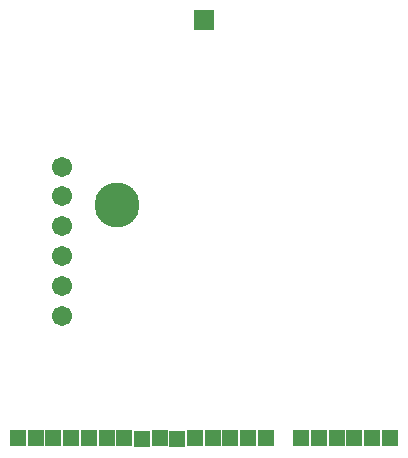
<source format=gbs>
G04*
G04 Format:               Gerber RS-274X*
G04 Export Settings:      OSH Park*
G04 Layer:                BottomSolderMask*
G04 This File Name:       GC_DUAL_FINAL_testffc_ADV.gbs*
G04 Source File Name:     GC_DUAL_FINAL_testffc_ADV.rrb*
G04 Unique ID:            4e2d7a6f-c949-47f3-acdd-e5fe3011063f*
G04 Generated Date:       Friday, 30 March 2018 12:58:07*
G04*
G04 Created Using:        Robot Room Copper Connection v3.0.5875*
G04 Software Contact:     http://www.robotroom.com/CopperConnection/Support.aspx*
G04 License Number:       1880*
G04*
G04 Zero Suppression:     Leading*
G04 Number Precision:     2.4*
G04*
G04 Polarity:             Negative. Dark is solderable. Clear space is coating.*
G04*
%FSLAX24Y24*%
%MOIN*%
%LNBottomSolderMask*%
%ADD10C,.0671*%
%ADD11C,.1498*%
%ADD12R,.006X.006*%
%ADD13R,.0553X.0553*%
%ADD14R,.0651X.0651*%
D10*
G01X1998Y4075D03*
Y5075D03*
Y6075D03*
Y7075D03*
Y9063D03*
X2003Y8075D03*
D11*
X3837Y7784D03*
D13*
X3489Y6D03*
X4079Y9D03*
X4668Y-13D03*
X5258Y9D03*
X5851Y-13D03*
X6441Y9D03*
X7029Y6D03*
X7619Y9D03*
X8212Y2D03*
X8802Y5D03*
X9981D03*
X10573Y9D03*
X11163Y5D03*
X11752Y2D03*
X12342Y5D03*
X12936Y7D03*
X1718Y6D03*
X1127D03*
X537D03*
X2899D03*
X2308D03*
D14*
X6742Y13941D03*
M02*

</source>
